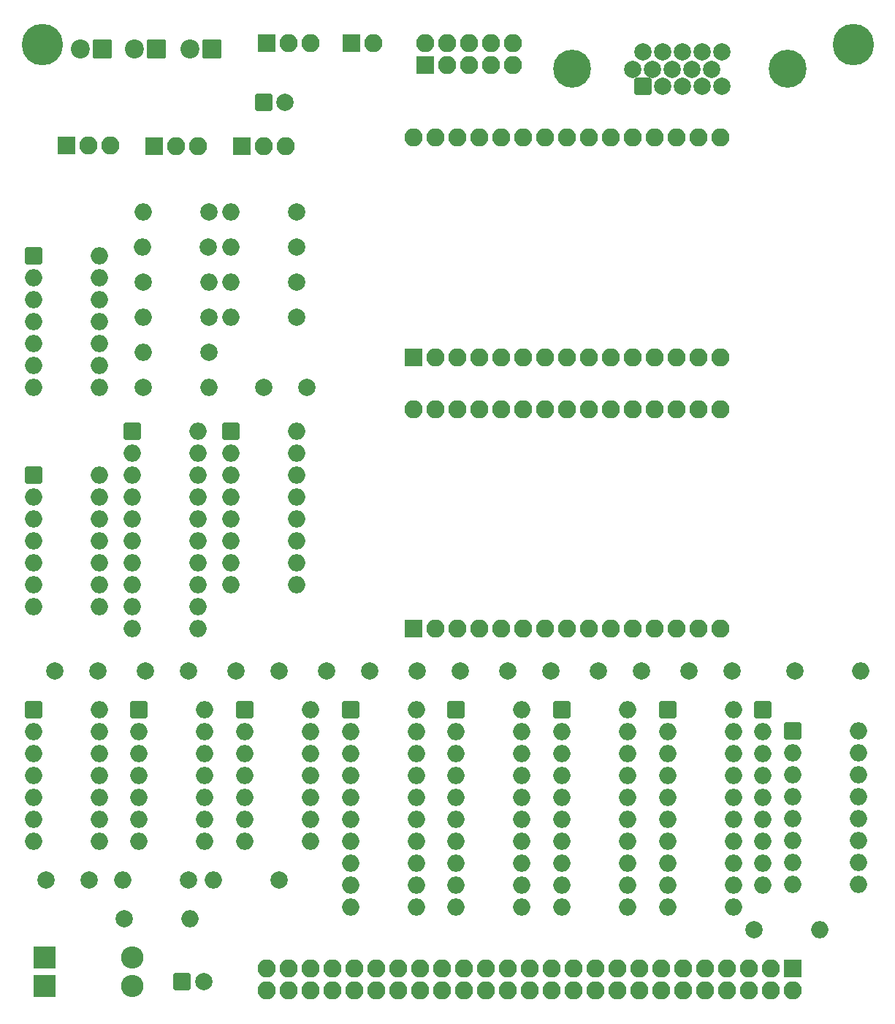
<source format=gbr>
%TF.GenerationSoftware,KiCad,Pcbnew,(6.0.11)*%
%TF.CreationDate,2023-05-22T16:35:14-05:00*%
%TF.ProjectId,Z80ESP,5a383045-5350-42e6-9b69-6361645f7063,rev?*%
%TF.SameCoordinates,Original*%
%TF.FileFunction,Soldermask,Bot*%
%TF.FilePolarity,Negative*%
%FSLAX46Y46*%
G04 Gerber Fmt 4.6, Leading zero omitted, Abs format (unit mm)*
G04 Created by KiCad (PCBNEW (6.0.11)) date 2023-05-22 16:35:14*
%MOMM*%
%LPD*%
G01*
G04 APERTURE LIST*
G04 Aperture macros list*
%AMRoundRect*
0 Rectangle with rounded corners*
0 $1 Rounding radius*
0 $2 $3 $4 $5 $6 $7 $8 $9 X,Y pos of 4 corners*
0 Add a 4 corners polygon primitive as box body*
4,1,4,$2,$3,$4,$5,$6,$7,$8,$9,$2,$3,0*
0 Add four circle primitives for the rounded corners*
1,1,$1+$1,$2,$3*
1,1,$1+$1,$4,$5*
1,1,$1+$1,$6,$7*
1,1,$1+$1,$8,$9*
0 Add four rect primitives between the rounded corners*
20,1,$1+$1,$2,$3,$4,$5,0*
20,1,$1+$1,$4,$5,$6,$7,0*
20,1,$1+$1,$6,$7,$8,$9,0*
20,1,$1+$1,$8,$9,$2,$3,0*%
G04 Aperture macros list end*
%ADD10RoundRect,0.200000X-0.800000X-0.800000X0.800000X-0.800000X0.800000X0.800000X-0.800000X0.800000X0*%
%ADD11O,2.000000X2.000000*%
%ADD12C,2.000000*%
%ADD13RoundRect,0.200000X-0.800000X0.800000X-0.800000X-0.800000X0.800000X-0.800000X0.800000X0.800000X0*%
%ADD14C,4.800000*%
%ADD15RoundRect,0.200000X-0.850000X0.850000X-0.850000X-0.850000X0.850000X-0.850000X0.850000X0.850000X0*%
%ADD16O,2.100000X2.100000*%
%ADD17RoundRect,0.200000X0.900000X0.900000X-0.900000X0.900000X-0.900000X-0.900000X0.900000X-0.900000X0*%
%ADD18C,2.200000*%
%ADD19RoundRect,0.200000X0.850000X-0.850000X0.850000X0.850000X-0.850000X0.850000X-0.850000X-0.850000X0*%
%ADD20C,4.400000*%
%ADD21RoundRect,0.200000X0.800000X0.800000X-0.800000X0.800000X-0.800000X-0.800000X0.800000X-0.800000X0*%
%ADD22RoundRect,0.200000X-1.100000X-1.100000X1.100000X-1.100000X1.100000X1.100000X-1.100000X1.100000X0*%
%ADD23O,2.600000X2.600000*%
G04 APERTURE END LIST*
D10*
%TO.C,SW1*%
X135000000Y-113500000D03*
D11*
X135000000Y-116040000D03*
X135000000Y-118580000D03*
X135000000Y-121120000D03*
X135000000Y-123660000D03*
X135000000Y-126200000D03*
X135000000Y-128740000D03*
X135000000Y-131280000D03*
X142620000Y-131280000D03*
X142620000Y-128740000D03*
X142620000Y-126200000D03*
X142620000Y-123660000D03*
X142620000Y-121120000D03*
X142620000Y-118580000D03*
X142620000Y-116040000D03*
X142620000Y-113500000D03*
%TD*%
D12*
%TO.C,C1*%
X86000000Y-106500000D03*
X81000000Y-106500000D03*
%TD*%
%TO.C,C2*%
X96500000Y-106500000D03*
X91500000Y-106500000D03*
%TD*%
%TO.C,C4*%
X117500000Y-106500000D03*
X112500000Y-106500000D03*
%TD*%
D10*
%TO.C,U2*%
X108250000Y-111000000D03*
D11*
X108250000Y-113540000D03*
X108250000Y-116080000D03*
X108250000Y-118620000D03*
X108250000Y-121160000D03*
X108250000Y-123700000D03*
X108250000Y-126240000D03*
X108250000Y-128780000D03*
X108250000Y-131320000D03*
X108250000Y-133860000D03*
X115870000Y-133860000D03*
X115870000Y-131320000D03*
X115870000Y-128780000D03*
X115870000Y-126240000D03*
X115870000Y-123700000D03*
X115870000Y-121160000D03*
X115870000Y-118620000D03*
X115870000Y-116080000D03*
X115870000Y-113540000D03*
X115870000Y-111000000D03*
%TD*%
D10*
%TO.C,U10*%
X120500000Y-111000000D03*
D11*
X120500000Y-113540000D03*
X120500000Y-116080000D03*
X120500000Y-118620000D03*
X120500000Y-121160000D03*
X120500000Y-123700000D03*
X120500000Y-126240000D03*
X120500000Y-128780000D03*
X120500000Y-131320000D03*
X120500000Y-133860000D03*
X128120000Y-133860000D03*
X128120000Y-131320000D03*
X128120000Y-128780000D03*
X128120000Y-126240000D03*
X128120000Y-123700000D03*
X128120000Y-121160000D03*
X128120000Y-118620000D03*
X128120000Y-116080000D03*
X128120000Y-113540000D03*
X128120000Y-111000000D03*
%TD*%
D13*
%TO.C,RR1*%
X131500000Y-111000000D03*
D11*
X131500000Y-113540000D03*
X131500000Y-116080000D03*
X131500000Y-118620000D03*
X131500000Y-121160000D03*
X131500000Y-123700000D03*
X131500000Y-126240000D03*
X131500000Y-128780000D03*
X131500000Y-131320000D03*
%TD*%
D10*
%TO.C,U6*%
X71500000Y-111000000D03*
D11*
X71500000Y-113540000D03*
X71500000Y-116080000D03*
X71500000Y-118620000D03*
X71500000Y-121160000D03*
X71500000Y-123700000D03*
X71500000Y-126240000D03*
X79120000Y-126240000D03*
X79120000Y-123700000D03*
X79120000Y-121160000D03*
X79120000Y-118620000D03*
X79120000Y-116080000D03*
X79120000Y-113540000D03*
X79120000Y-111000000D03*
%TD*%
D12*
%TO.C,C7*%
X75500000Y-106500000D03*
X70500000Y-106500000D03*
%TD*%
D10*
%TO.C,U3*%
X96000000Y-111000000D03*
D11*
X96000000Y-113540000D03*
X96000000Y-116080000D03*
X96000000Y-118620000D03*
X96000000Y-121160000D03*
X96000000Y-123700000D03*
X96000000Y-126240000D03*
X96000000Y-128780000D03*
X96000000Y-131320000D03*
X96000000Y-133860000D03*
X103620000Y-133860000D03*
X103620000Y-131320000D03*
X103620000Y-128780000D03*
X103620000Y-126240000D03*
X103620000Y-123700000D03*
X103620000Y-121160000D03*
X103620000Y-118620000D03*
X103620000Y-116080000D03*
X103620000Y-113540000D03*
X103620000Y-111000000D03*
%TD*%
D12*
%TO.C,C3*%
X107000000Y-106500000D03*
X102000000Y-106500000D03*
%TD*%
%TO.C,C5*%
X128000000Y-106500000D03*
X123000000Y-106500000D03*
%TD*%
D10*
%TO.C,U4*%
X83750000Y-111000000D03*
D11*
X83750000Y-113540000D03*
X83750000Y-116080000D03*
X83750000Y-118620000D03*
X83750000Y-121160000D03*
X83750000Y-123700000D03*
X83750000Y-126240000D03*
X83750000Y-128780000D03*
X83750000Y-131320000D03*
X83750000Y-133860000D03*
X91370000Y-133860000D03*
X91370000Y-131320000D03*
X91370000Y-128780000D03*
X91370000Y-126240000D03*
X91370000Y-123700000D03*
X91370000Y-121160000D03*
X91370000Y-118620000D03*
X91370000Y-116080000D03*
X91370000Y-113540000D03*
X91370000Y-111000000D03*
%TD*%
D12*
%TO.C,C6*%
X54500000Y-106500000D03*
X49500000Y-106500000D03*
%TD*%
D10*
%TO.C,C11*%
X73660000Y-40640000D03*
D12*
X76160000Y-40640000D03*
%TD*%
%TO.C,C8*%
X53500000Y-130750000D03*
X48500000Y-130750000D03*
%TD*%
D10*
%TO.C,C12*%
X64250000Y-142500000D03*
D12*
X66750000Y-142500000D03*
%TD*%
%TO.C,R2*%
X67310000Y-53340000D03*
D11*
X59690000Y-53340000D03*
%TD*%
D14*
%TO.C,H1*%
X48000000Y-34000000D03*
%TD*%
%TO.C,H2*%
X142000000Y-34000000D03*
%TD*%
D15*
%TO.C,P2*%
X135000000Y-141000000D03*
D16*
X135000000Y-143540000D03*
X132460000Y-141000000D03*
X132460000Y-143540000D03*
X129920000Y-141000000D03*
X129920000Y-143540000D03*
X127380000Y-141000000D03*
X127380000Y-143540000D03*
X124840000Y-141000000D03*
X124840000Y-143540000D03*
X122300000Y-141000000D03*
X122300000Y-143540000D03*
X119760000Y-141000000D03*
X119760000Y-143540000D03*
X117220000Y-141000000D03*
X117220000Y-143540000D03*
X114680000Y-141000000D03*
X114680000Y-143540000D03*
X112140000Y-141000000D03*
X112140000Y-143540000D03*
X109600000Y-141000000D03*
X109600000Y-143540000D03*
X107060000Y-141000000D03*
X107060000Y-143540000D03*
X104520000Y-141000000D03*
X104520000Y-143540000D03*
X101980000Y-141000000D03*
X101980000Y-143540000D03*
X99440000Y-141000000D03*
X99440000Y-143540000D03*
X96900000Y-141000000D03*
X96900000Y-143540000D03*
X94360000Y-141000000D03*
X94360000Y-143540000D03*
X91820000Y-141000000D03*
X91820000Y-143540000D03*
X89280000Y-141000000D03*
X89280000Y-143540000D03*
X86740000Y-141000000D03*
X86740000Y-143540000D03*
X84200000Y-141000000D03*
X84200000Y-143540000D03*
X81660000Y-141000000D03*
X81660000Y-143540000D03*
X79120000Y-141000000D03*
X79120000Y-143540000D03*
X76580000Y-141000000D03*
X76580000Y-143540000D03*
X74040000Y-141000000D03*
X74040000Y-143540000D03*
%TD*%
D17*
%TO.C,D2*%
X55000000Y-34510000D03*
D18*
X52460000Y-34510000D03*
%TD*%
D12*
%TO.C,R10*%
X67251200Y-57404000D03*
D11*
X59631200Y-57404000D03*
%TD*%
D10*
%TO.C,U8*%
X47000000Y-111000000D03*
D11*
X47000000Y-113540000D03*
X47000000Y-116080000D03*
X47000000Y-118620000D03*
X47000000Y-121160000D03*
X47000000Y-123700000D03*
X47000000Y-126240000D03*
X54620000Y-126240000D03*
X54620000Y-123700000D03*
X54620000Y-121160000D03*
X54620000Y-118620000D03*
X54620000Y-116080000D03*
X54620000Y-113540000D03*
X54620000Y-111000000D03*
%TD*%
D17*
%TO.C,D4*%
X61250000Y-34510000D03*
D18*
X58710000Y-34510000D03*
%TD*%
D19*
%TO.C,U12*%
X91032500Y-70170000D03*
D16*
X93572500Y-70170000D03*
X96112500Y-70170000D03*
X98652500Y-70170000D03*
X101192500Y-70170000D03*
X103732500Y-70170000D03*
X106272500Y-70170000D03*
X108812500Y-70170000D03*
X111352500Y-70170000D03*
X113892500Y-70170000D03*
X116432500Y-70170000D03*
X118972500Y-70170000D03*
X121512500Y-70170000D03*
X124052500Y-70170000D03*
X126592500Y-70170000D03*
X126592500Y-44730000D03*
X124052500Y-44730000D03*
X121512500Y-44730000D03*
X118972500Y-44730000D03*
X116432500Y-44730000D03*
X113892500Y-44730000D03*
X111352500Y-44730000D03*
X108812500Y-44730000D03*
X106272500Y-44730000D03*
X103732500Y-44730000D03*
X101192500Y-44730000D03*
X98652500Y-44730000D03*
X96112500Y-44730000D03*
X93572500Y-44730000D03*
X91032500Y-44730000D03*
%TD*%
D19*
%TO.C,U13*%
X91032500Y-101650000D03*
D16*
X93572500Y-101650000D03*
X96112500Y-101650000D03*
X98652500Y-101650000D03*
X101192500Y-101650000D03*
X103732500Y-101650000D03*
X106272500Y-101650000D03*
X108812500Y-101650000D03*
X111352500Y-101650000D03*
X113892500Y-101650000D03*
X116432500Y-101650000D03*
X118972500Y-101650000D03*
X121512500Y-101650000D03*
X124052500Y-101650000D03*
X126592500Y-101650000D03*
X126592500Y-76210000D03*
X124052500Y-76210000D03*
X121512500Y-76210000D03*
X118972500Y-76210000D03*
X116432500Y-76210000D03*
X113892500Y-76210000D03*
X111352500Y-76210000D03*
X108812500Y-76210000D03*
X106272500Y-76210000D03*
X103732500Y-76210000D03*
X101192500Y-76210000D03*
X98652500Y-76210000D03*
X96112500Y-76210000D03*
X93572500Y-76210000D03*
X91032500Y-76210000D03*
%TD*%
D12*
%TO.C,R16*%
X75500000Y-130750000D03*
D11*
X67880000Y-130750000D03*
%TD*%
D12*
%TO.C,R6*%
X65000000Y-130750000D03*
D11*
X57380000Y-130750000D03*
%TD*%
D12*
%TO.C,R5*%
X77470000Y-53340000D03*
D11*
X69850000Y-53340000D03*
%TD*%
D10*
%TO.C,U7*%
X59250000Y-111000000D03*
D11*
X59250000Y-113540000D03*
X59250000Y-116080000D03*
X59250000Y-118620000D03*
X59250000Y-121160000D03*
X59250000Y-123700000D03*
X59250000Y-126240000D03*
X66870000Y-126240000D03*
X66870000Y-123700000D03*
X66870000Y-121160000D03*
X66870000Y-118620000D03*
X66870000Y-116080000D03*
X66870000Y-113540000D03*
X66870000Y-111000000D03*
%TD*%
D12*
%TO.C,C10*%
X73660000Y-73660000D03*
X78660000Y-73660000D03*
%TD*%
%TO.C,R7*%
X135250000Y-106500000D03*
D11*
X142870000Y-106500000D03*
%TD*%
D12*
%TO.C,R15*%
X130500000Y-136500000D03*
D11*
X138120000Y-136500000D03*
%TD*%
D12*
%TO.C,C9*%
X65000000Y-106500000D03*
X60000000Y-106500000D03*
%TD*%
D19*
%TO.C,J2*%
X50800000Y-45660000D03*
D16*
X53340000Y-45660000D03*
X55880000Y-45660000D03*
%TD*%
D12*
%TO.C,R3*%
X77470000Y-65532000D03*
D11*
X69850000Y-65532000D03*
%TD*%
D12*
%TO.C,R4*%
X57500000Y-135250000D03*
D11*
X65120000Y-135250000D03*
%TD*%
D10*
%TO.C,U5*%
X47000000Y-58420000D03*
D11*
X47000000Y-60960000D03*
X47000000Y-63500000D03*
X47000000Y-66040000D03*
X47000000Y-68580000D03*
X47000000Y-71120000D03*
X47000000Y-73660000D03*
X54620000Y-73660000D03*
X54620000Y-71120000D03*
X54620000Y-68580000D03*
X54620000Y-66040000D03*
X54620000Y-63500000D03*
X54620000Y-60960000D03*
X54620000Y-58420000D03*
%TD*%
D12*
%TO.C,R11*%
X77470000Y-57404000D03*
D11*
X69850000Y-57404000D03*
%TD*%
D12*
%TO.C,R12*%
X77470000Y-61468000D03*
D11*
X69850000Y-61468000D03*
%TD*%
D12*
%TO.C,R13*%
X67310000Y-65532000D03*
D11*
X59690000Y-65532000D03*
%TD*%
D12*
%TO.C,R14*%
X67310000Y-69596000D03*
D11*
X59690000Y-69596000D03*
%TD*%
D12*
%TO.C,R8*%
X59690000Y-73660000D03*
D11*
X67310000Y-73660000D03*
%TD*%
D12*
%TO.C,R9*%
X59690000Y-61468000D03*
D11*
X67310000Y-61468000D03*
%TD*%
D19*
%TO.C,J7*%
X92445000Y-36347100D03*
D16*
X92445000Y-33807100D03*
X94985000Y-36347100D03*
X94985000Y-33807100D03*
X97525000Y-36347100D03*
X97525000Y-33807100D03*
X100065000Y-36347100D03*
X100065000Y-33807100D03*
X102605000Y-36347100D03*
X102605000Y-33807100D03*
%TD*%
D10*
%TO.C,U11*%
X58420000Y-78740000D03*
D11*
X58420000Y-81280000D03*
X58420000Y-83820000D03*
X58420000Y-86360000D03*
X58420000Y-88900000D03*
X58420000Y-91440000D03*
X58420000Y-93980000D03*
X58420000Y-96520000D03*
X58420000Y-99060000D03*
X58420000Y-101600000D03*
X66040000Y-101600000D03*
X66040000Y-99060000D03*
X66040000Y-96520000D03*
X66040000Y-93980000D03*
X66040000Y-91440000D03*
X66040000Y-88900000D03*
X66040000Y-86360000D03*
X66040000Y-83820000D03*
X66040000Y-81280000D03*
X66040000Y-78740000D03*
%TD*%
D19*
%TO.C,J3*%
X83815000Y-33797100D03*
D16*
X86355000Y-33797100D03*
%TD*%
D19*
%TO.C,J1*%
X71120000Y-45720000D03*
D16*
X73660000Y-45720000D03*
X76200000Y-45720000D03*
%TD*%
D20*
%TO.C,J6*%
X134435000Y-36737400D03*
X109435000Y-36737400D03*
D21*
X117620000Y-38787400D03*
D12*
X119910000Y-38787400D03*
X122200000Y-38787400D03*
X124490000Y-38787400D03*
X126780000Y-38787400D03*
X116475000Y-36807400D03*
X118765000Y-36807400D03*
X121055000Y-36807400D03*
X123345000Y-36807400D03*
X125635000Y-36807400D03*
X117620000Y-34827400D03*
X119910000Y-34827400D03*
X122200000Y-34827400D03*
X124490000Y-34827400D03*
X126780000Y-34827400D03*
%TD*%
D22*
%TO.C,D6*%
X48260000Y-143000000D03*
D23*
X58420000Y-143000000D03*
%TD*%
D10*
%TO.C,U1*%
X69860000Y-78740000D03*
D11*
X69860000Y-81280000D03*
X69860000Y-83820000D03*
X69860000Y-86360000D03*
X69860000Y-88900000D03*
X69860000Y-91440000D03*
X69860000Y-93980000D03*
X69860000Y-96520000D03*
X77480000Y-96520000D03*
X77480000Y-93980000D03*
X77480000Y-91440000D03*
X77480000Y-88900000D03*
X77480000Y-86360000D03*
X77480000Y-83820000D03*
X77480000Y-81280000D03*
X77480000Y-78740000D03*
%TD*%
D19*
%TO.C,J5*%
X60960000Y-45720000D03*
D16*
X63500000Y-45720000D03*
X66040000Y-45720000D03*
%TD*%
D17*
%TO.C,D5*%
X67680000Y-34480000D03*
D18*
X65140000Y-34480000D03*
%TD*%
D19*
%TO.C,J4*%
X74055000Y-33797100D03*
D16*
X76595000Y-33797100D03*
X79135000Y-33797100D03*
%TD*%
D10*
%TO.C,U9*%
X47000000Y-83815000D03*
D11*
X47000000Y-86355000D03*
X47000000Y-88895000D03*
X47000000Y-91435000D03*
X47000000Y-93975000D03*
X47000000Y-96515000D03*
X47000000Y-99055000D03*
X54620000Y-99055000D03*
X54620000Y-96515000D03*
X54620000Y-93975000D03*
X54620000Y-91435000D03*
X54620000Y-88895000D03*
X54620000Y-86355000D03*
X54620000Y-83815000D03*
%TD*%
D22*
%TO.C,D3*%
X48260000Y-139700000D03*
D23*
X58420000Y-139700000D03*
%TD*%
M02*

</source>
